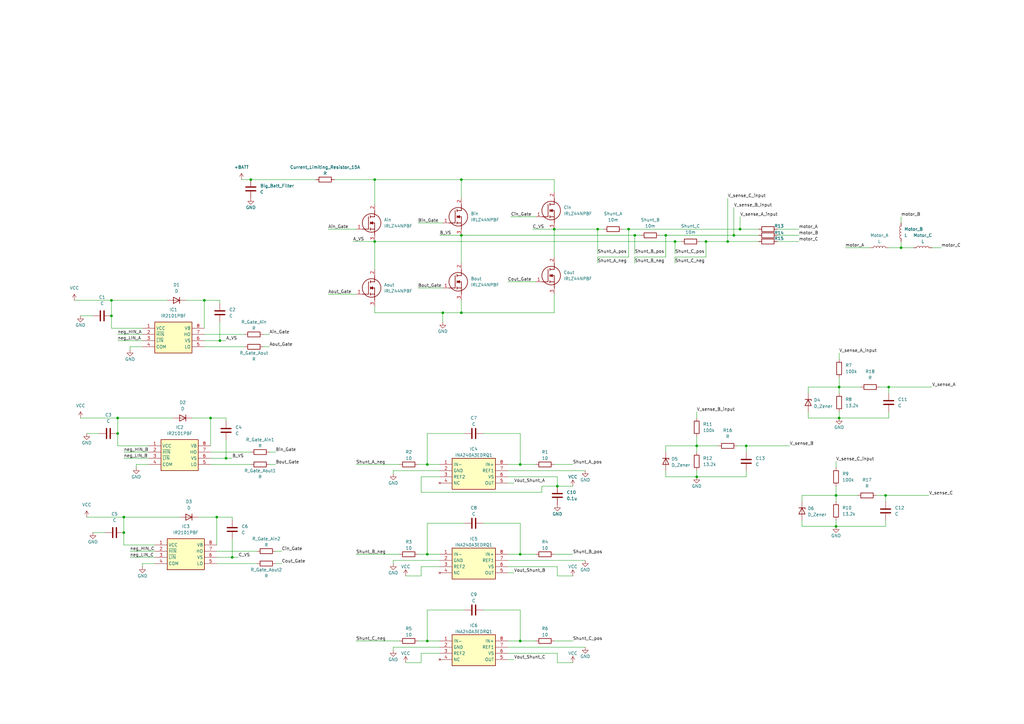
<source format=kicad_sch>
(kicad_sch (version 20231120) (generator "eeschema") (generator_version "8.0")
  (paper "A3")
  (lib_symbols
    (symbol "Device:C" (pin_numbers hide) (pin_names (offset 0.254))
      (property "Reference" "C" (at 0.635 2.54 0))
      (property "Value" "C" (at 0.635 -2.54 0))
      (symbol "C_0_1"
        (polyline (pts (xy -2.032 -0.762) (xy 2.032 -0.762)) (stroke (width 0.508)))
        (polyline (pts (xy -2.032 0.762) (xy 2.032 0.762)) (stroke (width 0.508)))
      )
      (symbol "C_1_1"
        (pin passive line (at 0 3.81 270) (length 2.794) (name "~") (number "1"))
        (pin passive line (at 0 -3.81 90) (length 2.794) (name "~") (number "2"))
      )
    )
    (symbol "Device:D" (pin_numbers hide) (pin_names (offset 1.016) hide)
      (property "Reference" "D" (at 0 2.54 0))
      (property "Value" "D" (at 0 -2.54 0))
      (symbol "D_0_1"
        (polyline (pts (xy -1.27 1.27) (xy -1.27 -1.27)) (stroke (width 0.254)))
        (polyline (pts (xy 1.27 0) (xy -1.27 0)))
        (polyline (pts (xy 1.27 1.27) (xy 1.27 -1.27) (xy -1.27 0) (xy 1.27 1.27)) (stroke (width 0.254)))
      )
      (symbol "D_1_1"
        (pin passive line (at -3.81 0 0) (length 2.54) (name "K") (number "1"))
        (pin passive line (at 3.81 0 180) (length 2.54) (name "A") (number "2"))
      )
    )
    (symbol "Device:D_Zener" (pin_numbers hide) (pin_names (offset 1.016) hide)
      (property "Reference" "D" (at 0 2.54 0))
      (property "Value" "D_Zener" (at 0 -2.54 0))
      (symbol "D_Zener_0_1"
        (polyline (pts (xy 1.27 0) (xy -1.27 0)))
        (polyline (pts (xy -1.27 -1.27) (xy -1.27 1.27) (xy -0.762 1.27)) (stroke (width 0.254)))
        (polyline (pts (xy 1.27 -1.27) (xy 1.27 1.27) (xy -1.27 0) (xy 1.27 -1.27)) (stroke (width 0.254)))
      )
      (symbol "D_Zener_1_1"
        (pin passive line (at -3.81 0 0) (length 2.54) (name "K") (number "1"))
        (pin passive line (at 3.81 0 180) (length 2.54) (name "A") (number "2"))
      )
    )
    (symbol "Device:L" (pin_numbers hide) (pin_names (offset 1.016) hide)
      (property "Reference" "L" (at -1.27 0 90))
      (property "Value" "L" (at 1.905 0 90))
      (symbol "L_0_1"
        (arc (start 0 -2.54) (mid 0.6323 -1.905) (end 0 -1.27))
        (arc (start 0 -1.27) (mid 0.6323 -0.635) (end 0 0))
        (arc (start 0 0) (mid 0.6323 0.635) (end 0 1.27))
        (arc (start 0 1.27) (mid 0.6323 1.905) (end 0 2.54))
      )
      (symbol "L_1_1"
        (pin passive line (at 0 3.81 270) (length 1.27) (name "1") (number "1"))
        (pin passive line (at 0 -3.81 90) (length 1.27) (name "2") (number "2"))
      )
    )
    (symbol "Device:R" (pin_numbers hide) (pin_names (offset 0))
      (property "Reference" "R" (at 2.032 0 90))
      (property "Value" "R" (at 0 0 90))
      (symbol "R_0_1"
        (rectangle (start -1.016 -2.54) (end 1.016 2.54) (stroke (width 0.254)))
      )
      (symbol "R_1_1"
        (pin passive line (at 0 3.81 270) (length 1.27) (name "~") (number "1"))
        (pin passive line (at 0 -3.81 90) (length 1.27) (name "~") (number "2"))
      )
    )
    (symbol "INA240A3EDRQ1:INA240A3EDRQ1"
      (property "Reference" "IC" (at 24.13 7.62 0))
      (property "Value" "INA240A3EDRQ1" (at 24.13 5.08 0))
      (symbol "INA240A3EDRQ1_1_1"
        (rectangle (start 5.08 2.54) (end 22.86 -10.16) (stroke (width 0.254)) (fill (type background)))
        (pin passive line (at 0 0 0) (length 5.08) (name "IN-") (number "1"))
        (pin passive line (at 0 -2.54 0) (length 5.08) (name "GND") (number "2"))
        (pin passive line (at 0 -5.08 0) (length 5.08) (name "REF2") (number "3"))
        (pin no_connect line (at 0 -7.62 0) (length 5.08) (name "NC") (number "4"))
        (pin passive line (at 27.94 -7.62 180) (length 5.08) (name "OUT") (number "5"))
        (pin passive line (at 27.94 -5.08 180) (length 5.08) (name "VS") (number "6"))
        (pin passive line (at 27.94 -2.54 180) (length 5.08) (name "REF1") (number "7"))
        (pin passive line (at 27.94 0 180) (length 5.08) (name "IN+") (number "8"))
      )
    )
    (symbol "IR2101PBF:IR2101PBF"
      (property "Reference" "IC" (at 21.59 7.62 0))
      (property "Value" "IR2101PBF" (at 21.59 5.08 0))
      (symbol "IR2101PBF_1_1"
        (rectangle (start 5.08 2.54) (end 20.32 -10.16) (stroke (width 0.254)) (fill (type background)))
        (pin passive line (at 0 0 0) (length 5.08) (name "VCC") (number "1"))
        (pin passive line (at 0 -2.54 0) (length 5.08) (name "~{HIN}") (number "2"))
        (pin passive line (at 0 -5.08 0) (length 5.08) (name "~{LIN}") (number "3"))
        (pin passive line (at 0 -7.62 0) (length 5.08) (name "COM") (number "4"))
        (pin passive line (at 25.4 -7.62 180) (length 5.08) (name "LO") (number "5"))
        (pin passive line (at 25.4 -5.08 180) (length 5.08) (name "VS") (number "6"))
        (pin passive line (at 25.4 -2.54 180) (length 5.08) (name "HO") (number "7"))
        (pin passive line (at 25.4 0 180) (length 5.08) (name "VB") (number "8"))
      )
    )
    (symbol "IRLZ44NPBF:IRLZ44NPBF" (pin_names hide)
      (property "Reference" "Q" (at 11.43 3.81 0))
      (property "Value" "IRLZ44NPBF" (at 11.43 1.27 0))
      (symbol "IRLZ44NPBF_1_1"
        (polyline (pts (xy 2.54 0) (xy 5.08 0)) (stroke (width 0.254)))
        (polyline (pts (xy 5.08 5.08) (xy 5.08 0)) (stroke (width 0.254)))
        (polyline (pts (xy 5.842 -0.508) (xy 5.842 0.508)) (stroke (width 0.254)))
        (polyline (pts (xy 5.842 0) (xy 7.62 0)) (stroke (width 0.254)))
        (polyline (pts (xy 5.842 2.032) (xy 5.842 3.048)) (stroke (width 0.254)))
        (polyline (pts (xy 5.842 5.588) (xy 5.842 4.572)) (stroke (width 0.254)))
        (polyline (pts (xy 7.62 2.54) (xy 5.842 2.54)) (stroke (width 0.254)))
        (polyline (pts (xy 7.62 2.54) (xy 7.62 -2.54)) (stroke (width 0.254)))
        (polyline (pts (xy 7.62 5.08) (xy 5.842 5.08)) (stroke (width 0.254)))
        (polyline (pts (xy 7.62 5.08) (xy 7.62 7.62)) (stroke (width 0.254)))
        (polyline (pts (xy 5.842 2.54) (xy 6.858 3.048) (xy 6.858 2.032) (xy 5.842 2.54)) (stroke (width 0.254)) (fill (type outline)))
        (circle (center 6.35 2.54) (radius 3.81) (stroke (width 0.254)))
        (pin input line (at 0 0 0) (length 2.54) (name "G") (number "1"))
        (pin output line (at 7.62 10.16 270) (length 2.54) (name "D") (number "2"))
        (pin input line (at 7.62 -5.08 90) (length 2.54) (name "S") (number "3"))
      )
    )
    (symbol "power:+BATT" (power) (pin_names (offset 0))
      (property "Value" "+BATT" (at 0 3.556 0))
      (symbol "+BATT_0_1"
        (polyline (pts (xy -0.762 1.27) (xy 0 2.54)))
        (polyline (pts (xy 0 0) (xy 0 2.54)))
        (polyline (pts (xy 0 2.54) (xy 0.762 1.27)))
      )
      (symbol "+BATT_1_1"
        (pin power_in line (at 0 0 90) (length 0) hide (name "+BATT") (number "1"))
      )
    )
    (symbol "power:GND" (power) (pin_names (offset 0))
      (property "Value" "GND" (at 0 -3.81 0))
      (symbol "GND_0_1"
        (polyline (pts (xy 0 0) (xy 0 -1.27) (xy 1.27 -1.27) (xy 0 -2.54) (xy -1.27 -1.27) (xy 0 -1.27)))
      )
      (symbol "GND_1_1"
        (pin power_in line (at 0 0 270) (length 0) hide (name "GND") (number "1"))
      )
    )
    (symbol "power:VCC" (power) (pin_names (offset 0))
      (property "Value" "VCC" (at 0 3.81 0))
      (symbol "VCC_0_1"
        (polyline (pts (xy -0.762 1.27) (xy 0 2.54)))
        (polyline (pts (xy 0 0) (xy 0 2.54)))
        (polyline (pts (xy 0 2.54) (xy 0.762 1.27)))
      )
      (symbol "VCC_1_1"
        (pin power_in line (at 0 0 90) (length 0) hide (name "VCC") (number "1"))
      )
    )
  )
  (junction (at 153.67 99.06))
  (junction (at 245.11 93.98))
  (junction (at 90.17 139.7))
  (junction (at 273.05 96.52))
  (junction (at 102.87 73.66))
  (junction (at 369.57 101.6))
  (junction (at 83.82 123.19))
  (junction (at 285.75 182.88))
  (junction (at 175.26 262.89))
  (junction (at 48.26 171.45))
  (junction (at 48.26 177.8))
  (junction (at 189.23 128.27))
  (junction (at 344.17 171.45))
  (junction (at 45.72 123.19))
  (junction (at 257.81 93.98))
  (junction (at 364.49 158.75))
  (junction (at 227.33 93.98))
  (junction (at 276.86 99.06))
  (junction (at 300.99 96.52))
  (junction (at 181.61 128.27))
  (junction (at 92.71 187.96))
  (junction (at 213.36 262.89))
  (junction (at 342.9 203.2))
  (junction (at 189.23 73.66))
  (junction (at 189.23 96.52))
  (junction (at 50.8 218.44))
  (junction (at 289.56 99.06))
  (junction (at 175.26 227.33))
  (junction (at 88.9 212.09))
  (junction (at 344.17 158.75))
  (junction (at 285.75 195.58))
  (junction (at 95.25 228.6))
  (junction (at 213.36 190.5))
  (junction (at 213.36 227.33))
  (junction (at 153.67 73.66))
  (junction (at 303.53 93.98))
  (junction (at 50.8 212.09))
  (junction (at 45.72 129.54))
  (junction (at 306.07 182.88))
  (junction (at 342.9 215.9))
  (junction (at 260.35 96.52))
  (junction (at 228.6 199.39))
  (junction (at 363.22 203.2))
  (junction (at 86.36 171.45))
  (junction (at 175.26 190.5))
  (junction (at 298.45 99.06))
  (wire (pts (xy 342.9 203.2) (xy 342.9 205.74)))
  (wire (pts (xy 285.75 182.88) (xy 285.75 185.42)))
  (wire (pts (xy 190.5 250.19) (xy 175.26 250.19)))
  (wire (pts (xy 369.57 101.6) (xy 374.65 101.6)))
  (wire (pts (xy 175.26 227.33) (xy 180.34 227.33)))
  (wire (pts (xy 318.77 93.98) (xy 327.66 93.98)))
  (wire (pts (xy 102.87 73.66) (xy 129.54 73.66)))
  (wire (pts (xy 328.93 215.9) (xy 342.9 215.9)))
  (wire (pts (xy 276.86 99.06) (xy 279.4 99.06)))
  (wire (pts (xy 208.28 234.95) (xy 210.82 234.95)))
  (wire (pts (xy 228.6 267.97) (xy 208.28 267.97)))
  (wire (pts (xy 382.27 101.6) (xy 386.08 101.6)))
  (wire (pts (xy 346.71 101.6) (xy 356.87 101.6)))
  (wire (pts (xy 99.06 73.66) (xy 102.87 73.66)))
  (wire (pts (xy 302.26 182.88) (xy 306.07 182.88)))
  (wire (pts (xy 257.81 105.41) (xy 245.11 105.41)))
  (wire (pts (xy 88.9 231.14) (xy 105.41 231.14)))
  (wire (pts (xy 48.26 171.45) (xy 71.12 171.45)))
  (wire (pts (xy 208.28 265.43) (xy 240.03 265.43)))
  (wire (pts (xy 287.02 99.06) (xy 289.56 99.06)))
  (wire (pts (xy 172.72 232.41) (xy 180.34 232.41)))
  (wire (pts (xy 363.22 203.2) (xy 363.22 205.74)))
  (wire (pts (xy 95.25 213.36) (xy 95.25 212.09)))
  (wire (pts (xy 342.9 189.23) (xy 342.9 191.77)))
  (wire (pts (xy 213.36 250.19) (xy 213.36 262.89)))
  (wire (pts (xy 175.26 177.8) (xy 175.26 190.5)))
  (wire (pts (xy 172.72 201.93) (xy 222.25 201.93)))
  (wire (pts (xy 260.35 105.41) (xy 260.35 107.95)))
  (wire (pts (xy 364.49 158.75) (xy 382.27 158.75)))
  (wire (pts (xy 58.42 232.41) (xy 58.42 231.14)))
  (wire (pts (xy 189.23 73.66) (xy 189.23 81.28)))
  (wire (pts (xy 161.29 193.04) (xy 180.34 193.04)))
  (wire (pts (xy 273.05 185.42) (xy 273.05 182.88)))
  (wire (pts (xy 190.5 214.63) (xy 175.26 214.63)))
  (wire (pts (xy 161.29 266.7) (xy 161.29 265.43)))
  (wire (pts (xy 58.42 231.14) (xy 63.5 231.14)))
  (wire (pts (xy 35.56 177.8) (xy 40.64 177.8)))
  (wire (pts (xy 172.72 236.22) (xy 172.72 232.41)))
  (wire (pts (xy 209.55 88.9) (xy 219.71 88.9)))
  (wire (pts (xy 234.95 199.39) (xy 228.6 199.39)))
  (wire (pts (xy 245.11 93.98) (xy 247.65 93.98)))
  (wire (pts (xy 48.26 171.45) (xy 48.26 177.8)))
  (wire (pts (xy 175.26 214.63) (xy 175.26 227.33)))
  (wire (pts (xy 273.05 182.88) (xy 285.75 182.88)))
  (wire (pts (xy 55.88 191.77) (xy 55.88 190.5)))
  (wire (pts (xy 285.75 168.91) (xy 285.75 171.45)))
  (wire (pts (xy 166.37 271.78) (xy 172.72 271.78)))
  (wire (pts (xy 227.33 227.33) (xy 234.95 227.33)))
  (wire (pts (xy 166.37 236.22) (xy 172.72 236.22)))
  (wire (pts (xy 48.26 139.7) (xy 58.42 139.7)))
  (wire (pts (xy 92.71 187.96) (xy 95.25 187.96)))
  (wire (pts (xy 172.72 195.58) (xy 180.34 195.58)))
  (wire (pts (xy 153.67 99.06) (xy 153.67 110.49)))
  (wire (pts (xy 342.9 203.2) (xy 351.79 203.2)))
  (wire (pts (xy 208.28 227.33) (xy 213.36 227.33)))
  (wire (pts (xy 360.68 158.75) (xy 364.49 158.75)))
  (wire (pts (xy 172.72 267.97) (xy 180.34 267.97)))
  (wire (pts (xy 363.22 213.36) (xy 363.22 215.9)))
  (wire (pts (xy 245.11 105.41) (xy 245.11 107.95)))
  (wire (pts (xy 300.99 96.52) (xy 311.15 96.52)))
  (wire (pts (xy 171.45 262.89) (xy 175.26 262.89)))
  (wire (pts (xy 364.49 168.91) (xy 364.49 171.45)))
  (wire (pts (xy 270.51 96.52) (xy 273.05 96.52)))
  (wire (pts (xy 172.72 195.58) (xy 172.72 201.93)))
  (wire (pts (xy 189.23 96.52) (xy 189.23 107.95)))
  (wire (pts (xy 213.36 177.8) (xy 213.36 190.5)))
  (wire (pts (xy 227.33 78.74) (xy 227.33 73.66)))
  (wire (pts (xy 153.67 73.66) (xy 189.23 73.66)))
  (wire (pts (xy 331.47 168.91) (xy 331.47 171.45)))
  (wire (pts (xy 113.03 231.14) (xy 115.57 231.14)))
  (wire (pts (xy 285.75 193.04) (xy 285.75 195.58)))
  (wire (pts (xy 303.53 88.9) (xy 303.53 93.98)))
  (wire (pts (xy 344.17 158.75) (xy 344.17 161.29)))
  (wire (pts (xy 285.75 179.07) (xy 285.75 182.88)))
  (wire (pts (xy 175.26 262.89) (xy 180.34 262.89)))
  (wire (pts (xy 50.8 223.52) (xy 50.8 218.44)))
  (wire (pts (xy 161.29 194.31) (xy 161.29 193.04)))
  (wire (pts (xy 363.22 215.9) (xy 342.9 215.9)))
  (wire (pts (xy 257.81 93.98) (xy 257.81 105.41)))
  (wire (pts (xy 234.95 271.78) (xy 228.6 271.78)))
  (wire (pts (xy 227.33 73.66) (xy 189.23 73.66)))
  (wire (pts (xy 222.25 201.93) (xy 222.25 199.39)))
  (wire (pts (xy 344.17 158.75) (xy 353.06 158.75)))
  (wire (pts (xy 171.45 190.5) (xy 175.26 190.5)))
  (wire (pts (xy 273.05 193.04) (xy 273.05 195.58)))
  (wire (pts (xy 363.22 203.2) (xy 381 203.2)))
  (wire (pts (xy 92.71 171.45) (xy 86.36 171.45)))
  (wire (pts (xy 222.25 199.39) (xy 228.6 199.39)))
  (wire (pts (xy 342.9 199.39) (xy 342.9 203.2)))
  (wire (pts (xy 208.28 193.04) (xy 240.03 193.04)))
  (wire (pts (xy 276.86 99.06) (xy 276.86 104.14)))
  (wire (pts (xy 33.02 129.54) (xy 38.1 129.54)))
  (wire (pts (xy 276.86 105.41) (xy 289.56 105.41)))
  (wire (pts (xy 318.77 99.06) (xy 327.66 99.06)))
  (wire (pts (xy 306.07 193.04) (xy 306.07 195.58)))
  (wire (pts (xy 213.36 214.63) (xy 213.36 227.33)))
  (wire (pts (xy 364.49 101.6) (xy 369.57 101.6)))
  (wire (pts (xy 50.8 185.42) (xy 60.96 185.42)))
  (wire (pts (xy 273.05 195.58) (xy 285.75 195.58)))
  (wire (pts (xy 285.75 182.88) (xy 294.64 182.88)))
  (wire (pts (xy 255.27 93.98) (xy 257.81 93.98)))
  (wire (pts (xy 369.57 88.9) (xy 369.57 91.44)))
  (wire (pts (xy 306.07 195.58) (xy 285.75 195.58)))
  (wire (pts (xy 53.34 226.06) (xy 63.5 226.06)))
  (wire (pts (xy 306.07 182.88) (xy 306.07 185.42)))
  (wire (pts (xy 328.93 205.74) (xy 328.93 203.2)))
  (wire (pts (xy 344.17 154.94) (xy 344.17 158.75)))
  (wire (pts (xy 213.36 190.5) (xy 219.71 190.5)))
  (wire (pts (xy 90.17 124.46) (xy 90.17 123.19)))
  (wire (pts (xy 234.95 236.22) (xy 228.6 236.22)))
  (wire (pts (xy 90.17 123.19) (xy 83.82 123.19)))
  (wire (pts (xy 181.61 128.27) (xy 181.61 132.08)))
  (wire (pts (xy 228.6 232.41) (xy 208.28 232.41)))
  (wire (pts (xy 50.8 212.09) (xy 50.8 218.44)))
  (wire (pts (xy 175.26 190.5) (xy 180.34 190.5)))
  (wire (pts (xy 342.9 213.36) (xy 342.9 215.9)))
  (wire (pts (xy 218.44 93.98) (xy 227.33 93.98)))
  (wire (pts (xy 58.42 134.62) (xy 45.72 134.62)))
  (wire (pts (xy 50.8 187.96) (xy 60.96 187.96)))
  (wire (pts (xy 208.28 270.51) (xy 210.82 270.51)))
  (wire (pts (xy 146.05 227.33) (xy 163.83 227.33)))
  (wire (pts (xy 208.28 115.57) (xy 219.71 115.57)))
  (wire (pts (xy 107.95 137.16) (xy 110.49 137.16)))
  (wire (pts (xy 300.99 85.09) (xy 300.99 96.52)))
  (wire (pts (xy 228.6 236.22) (xy 228.6 232.41)))
  (wire (pts (xy 181.61 128.27) (xy 189.23 128.27)))
  (wire (pts (xy 171.45 118.11) (xy 181.61 118.11)))
  (wire (pts (xy 213.36 262.89) (xy 219.71 262.89)))
  (wire (pts (xy 273.05 96.52) (xy 273.05 105.41)))
  (wire (pts (xy 227.33 190.5) (xy 234.95 190.5)))
  (wire (pts (xy 83.82 142.24) (xy 100.33 142.24)))
  (wire (pts (xy 50.8 212.09) (xy 73.66 212.09)))
  (wire (pts (xy 318.77 96.52) (xy 327.66 96.52)))
  (wire (pts (xy 146.05 262.89) (xy 163.83 262.89)))
  (wire (pts (xy 134.62 93.98) (xy 146.05 93.98)))
  (wire (pts (xy 208.28 190.5) (xy 213.36 190.5)))
  (wire (pts (xy 83.82 137.16) (xy 100.33 137.16)))
  (wire (pts (xy 33.02 171.45) (xy 48.26 171.45)))
  (wire (pts (xy 228.6 199.39) (xy 228.6 195.58)))
  (wire (pts (xy 90.17 139.7) (xy 83.82 139.7)))
  (wire (pts (xy 161.29 229.87) (xy 180.34 229.87)))
  (wire (pts (xy 190.5 177.8) (xy 175.26 177.8)))
  (wire (pts (xy 107.95 142.24) (xy 110.49 142.24)))
  (wire (pts (xy 344.17 144.78) (xy 344.17 147.32)))
  (wire (pts (xy 153.67 128.27) (xy 153.67 125.73)))
  (wire (pts (xy 144.78 99.06) (xy 153.67 99.06)))
  (wire (pts (xy 88.9 226.06) (xy 105.41 226.06)))
  (wire (pts (xy 146.05 190.5) (xy 163.83 190.5)))
  (wire (pts (xy 171.45 227.33) (xy 175.26 227.33)))
  (wire (pts (xy 110.49 185.42) (xy 113.03 185.42)))
  (wire (pts (xy 161.29 231.14) (xy 161.29 229.87)))
  (wire (pts (xy 369.57 99.06) (xy 369.57 101.6)))
  (wire (pts (xy 331.47 158.75) (xy 344.17 158.75)))
  (wire (pts (xy 95.25 228.6) (xy 97.79 228.6)))
  (wire (pts (xy 86.36 171.45) (xy 86.36 182.88)))
  (wire (pts (xy 153.67 83.82) (xy 153.67 73.66)))
  (wire (pts (xy 180.34 96.52) (xy 189.23 96.52)))
  (wire (pts (xy 45.72 123.19) (xy 68.58 123.19)))
  (wire (pts (xy 298.45 99.06) (xy 311.15 99.06)))
  (wire (pts (xy 260.35 96.52) (xy 260.35 104.14)))
  (wire (pts (xy 189.23 128.27) (xy 189.23 123.19)))
  (wire (pts (xy 95.25 220.98) (xy 95.25 228.6)))
  (wire (pts (xy 172.72 271.78) (xy 172.72 267.97)))
  (wire (pts (xy 208.28 229.87) (xy 240.03 229.87)))
  (wire (pts (xy 227.33 262.89) (xy 234.95 262.89)))
  (wire (pts (xy 30.48 123.19) (xy 45.72 123.19)))
  (wire (pts (xy 95.25 212.09) (xy 88.9 212.09)))
  (wire (pts (xy 45.72 134.62) (xy 45.72 129.54)))
  (wire (pts (xy 81.28 212.09) (xy 88.9 212.09)))
  (wire (pts (xy 90.17 132.08) (xy 90.17 139.7)))
  (wire (pts (xy 60.96 182.88) (xy 48.26 182.88)))
  (wire (pts (xy 86.36 190.5) (xy 102.87 190.5)))
  (wire (pts (xy 289.56 105.41) (xy 289.56 99.06)))
  (wire (pts (xy 83.82 123.19) (xy 83.82 134.62)))
  (wire (pts (xy 35.56 212.09) (xy 50.8 212.09)))
  (wire (pts (xy 328.93 203.2) (xy 342.9 203.2)))
  (wire (pts (xy 55.88 190.5) (xy 60.96 190.5)))
  (wire (pts (xy 344.17 168.91) (xy 344.17 171.45)))
  (wire (pts (xy 90.17 139.7) (xy 92.71 139.7)))
  (wire (pts (xy 92.71 180.34) (xy 92.71 187.96)))
  (wire (pts (xy 45.72 123.19) (xy 45.72 129.54)))
  (wire (pts (xy 153.67 128.27) (xy 181.61 128.27)))
  (wire (pts (xy 227.33 128.27) (xy 227.33 120.65)))
  (wire (pts (xy 110.49 190.5) (xy 113.03 190.5)))
  (wire (pts (xy 53.34 228.6) (xy 63.5 228.6)))
  (wire (pts (xy 48.26 182.88) (xy 48.26 177.8)))
  (wire (pts (xy 245.11 93.98) (xy 245.11 104.14)))
  (wire (pts (xy 92.71 172.72) (xy 92.71 171.45)))
  (wire (pts (xy 175.26 250.19) (xy 175.26 262.89)))
  (wire (pts (xy 95.25 228.6) (xy 88.9 228.6)))
  (wire (pts (xy 364.49 158.75) (xy 364.49 161.29)))
  (wire (pts (xy 198.12 177.8) (xy 213.36 177.8)))
  (wire (pts (xy 298.45 81.28) (xy 298.45 99.06)))
  (wire (pts (xy 227.33 93.98) (xy 227.33 105.41)))
  (wire (pts (xy 153.67 99.06) (xy 276.86 99.06)))
  (wire (pts (xy 228.6 195.58) (xy 208.28 195.58)))
  (wire (pts (xy 48.26 137.16) (xy 58.42 137.16)))
  (wire (pts (xy 134.62 120.65) (xy 146.05 120.65)))
  (wire (pts (xy 63.5 223.52) (xy 50.8 223.52)))
  (wire (pts (xy 331.47 171.45) (xy 344.17 171.45)))
  (wire (pts (xy 359.41 203.2) (xy 363.22 203.2)))
  (wire (pts (xy 289.56 99.06) (xy 298.45 99.06)))
  (wire (pts (xy 76.2 123.19) (xy 83.82 123.19)))
  (wire (pts (xy 227.33 93.98) (xy 245.11 93.98)))
  (wire (pts (xy 198.12 250.19) (xy 213.36 250.19)))
  (wire (pts (xy 208.28 198.12) (xy 210.82 198.12)))
  (wire (pts (xy 276.86 107.95) (xy 276.86 105.41)))
  (wire (pts (xy 208.28 262.89) (xy 213.36 262.89)))
  (wire (pts (xy 364.49 171.45) (xy 344.17 171.45)))
  (wire (pts (xy 260.35 96.52) (xy 262.89 96.52)))
  (wire (pts (xy 306.07 182.88) (xy 323.85 182.88)))
  (wire (pts (xy 113.03 226.06) (xy 115.57 226.06)))
  (wire (pts (xy 189.23 96.52) (xy 260.35 96.52)))
  (wire (pts (xy 303.53 93.98) (xy 311.15 93.98)))
  (wire (pts (xy 88.9 212.09) (xy 88.9 223.52)))
  (wire (pts (xy 273.05 96.52) (xy 300.99 96.52)))
  (wire (pts (xy 213.36 227.33) (xy 219.71 227.33)))
  (wire (pts (xy 273.05 105.41) (xy 260.35 105.41)))
  (wire (pts (xy 328.93 213.36) (xy 328.93 215.9)))
  (wire (pts (xy 38.1 218.44) (xy 43.18 218.44)))
  (wire (pts (xy 78.74 171.45) (xy 86.36 171.45)))
  (wire (pts (xy 86.36 185.42) (xy 102.87 185.42)))
  (wire (pts (xy 53.34 142.24) (xy 58.42 142.24)))
  (wire (pts (xy 257.81 93.98) (xy 303.53 93.98)))
  (wire (pts (xy 189.23 128.27) (xy 227.33 128.27)))
  (wire (pts (xy 198.12 214.63) (xy 213.36 214.63)))
  (wire (pts (xy 171.45 91.44) (xy 181.61 91.44)))
  (wire (pts (xy 137.16 73.66) (xy 153.67 73.66)))
  (wire (pts (xy 92.71 187.96) (xy 86.36 187.96)))
  (wire (pts (xy 161.29 265.43) (xy 180.34 265.43)))
  (wire (pts (xy 331.47 161.29) (xy 331.47 158.75)))
  (wire (pts (xy 53.34 143.51) (xy 53.34 142.24)))
  (wire (pts (xy 228.6 271.78) (xy 228.6 267.97)))
  (label "Shunt_A_pos" (at 245.11 104.14 0))
  (label "neg_LIN_A" (at 48.26 139.7 0))
  (label "B_VS" (at 95.25 187.96 0))
  (label "Cin_Gate" (at 115.57 226.06 0))
  (label "Shunt_A_neg" (at 146.05 190.5 0))
  (label "Shunt_A_neg" (at 245.11 107.95 0))
  (label "Shunt_C_pos" (at 276.86 104.14 0))
  (label "A_VS" (at 92.71 139.7 0))
  (label "V_sense_C_input" (at 342.9 189.23 0))
  (label "Shunt_B_neg" (at 260.35 107.95 0))
  (label "motor_A" (at 346.71 101.6 0))
  (label "motor_C" (at 386.08 101.6 0))
  (label "Bin_Gate" (at 171.45 91.44 0))
  (label "Cin_Gate" (at 209.55 88.9 0))
  (label "V_sense_B" (at 323.85 182.88 0))
  (label "Shunt_B_pos" (at 234.95 227.33 0))
  (label "V_sense_A_input" (at 344.17 144.78 0))
  (label "V_sense_A" (at 382.27 158.75 0))
  (label "Bout_Gate" (at 171.45 118.11 0))
  (label "Shunt_C_neg" (at 146.05 262.89 0))
  (label "Shunt_B_pos" (at 260.35 104.14 0))
  (label "Shunt_C_neg" (at 276.86 107.95 0))
  (label "motor_B" (at 327.66 96.52 0))
  (label "V_sense_B_input" (at 300.99 85.09 0))
  (label "Shunt_C_pos" (at 234.95 262.89 0))
  (label "Cout_Gate" (at 115.57 231.14 0))
  (label "V_sense_C" (at 381 203.2 0))
  (label "Vout_Shunt_A" (at 210.82 198.12 0))
  (label "C_VS" (at 218.44 93.98 0))
  (label "neg_LIN_B" (at 50.8 187.96 0))
  (label "Ain_Gate" (at 134.62 93.98 0))
  (label "Shunt_B_neg" (at 146.05 227.33 0))
  (label "A_VS" (at 144.78 99.06 0))
  (label "C_VS" (at 97.79 228.6 0))
  (label "V_sense_A_input" (at 303.53 88.9 0))
  (label "V_sense_B_input" (at 285.75 168.91 0))
  (label "Vout_Shunt_C" (at 210.82 270.51 0))
  (label "Aout_Gate" (at 110.49 142.24 0))
  (label "Bin_Gate" (at 113.03 185.42 0))
  (label "neg_HIN_A" (at 48.26 137.16 0))
  (label "neg_HIN_B" (at 50.8 185.42 0))
  (label "Ain_Gate" (at 110.49 137.16 0))
  (label "Aout_Gate" (at 134.62 120.65 0))
  (label "motor_C" (at 327.66 99.06 0))
  (label "Bout_Gate" (at 113.03 190.5 0))
  (label "motor_B" (at 369.57 88.9 0))
  (label "neg_LIN_C" (at 53.34 228.6 0))
  (label "motor_A" (at 327.66 93.98 0))
  (label "V_sense_C_input" (at 298.45 81.28 0))
  (label "Shunt_A_pos" (at 234.95 190.5 0))
  (label "Vout_Shunt_B" (at 210.82 234.95 0))
  (label "Cout_Gate" (at 208.28 115.57 0))
  (label "B_VS" (at 180.34 96.52 0))
  (label "neg_HIN_C" (at 53.34 226.06 0))
  (symbol (lib_id "Device:R") (at 106.68 190.5 90) (unit 1)
    (property "Reference" "R_Gate_Aout1" (at 106.68 193.04 90))
    (property "Value" "R" (at 106.68 195.58 90))
  )
  (symbol (lib_id "power:VCC") (at 234.95 199.39 0) (unit 1)
    (property "Reference" "#PWR013" (effects (hide yes)))
    (property "Value" "VCC" (at 234.95 195.58 0))
  )
  (symbol (lib_id "Device:R") (at 109.22 231.14 90) (unit 1)
    (property "Reference" "R_Gate_Aout2" (at 109.22 233.68 90))
    (property "Value" "R" (at 109.22 236.22 90))
  )
  (symbol (lib_id "IR2101PBF:IR2101PBF") (at 63.5 223.52 0) (unit 1)
    (property "Reference" "IC3" (at 76.2 215.9 0))
    (property "Value" "IR2101PBF" (at 76.2 218.44 0))
    (property "Footprint" "DIP762W56P254L988H533Q8N" (effects (hide yes)))
    (property "Datasheet" "https://www.infineon.com/cms/en/product/power/gate-driver-ics/?" (effects (hide yes)))
    (property "Height" "5.33" (effects (hide yes)))
    (property "Mouser Part Number" "942-IR2101PBF" (effects (hide yes)))
    (property "Mouser Price/Stock" "https://www.mouser.co.uk/ProductDetail/Infineon-Technologies/IR2101PBF?qs=dQmlx5f5cRISttR4zG0olw%3D%3D" (effects (hide yes)))
    (property "Manufacturer_Name" "Infineon" (effects (hide yes)))
    (property "Manufacturer_Part_Number" "IR2101PBF" (effects (hide yes)))
  )
  (symbol (lib_id "Device:C") (at 194.31 177.8 90) (unit 1)
    (property "Reference" "C7" (at 194.31 171.45 90))
    (property "Value" "C" (at 194.31 173.99 90))
  )
  (symbol (lib_id "power:GND") (at 58.42 232.41 0) (unit 1)
    (property "Reference" "#PWR012" (effects (hide yes)))
    (property "Value" "GND" (at 58.42 236.22 0))
  )
  (symbol (lib_id "Device:C") (at 90.17 128.27 0) (unit 1)
    (property "Reference" "C2" (at 93.98 127 0) (effects (justify left)))
    (property "Value" "C" (at 93.98 129.54 0) (effects (justify left)))
  )
  (symbol (lib_id "power:GND") (at 181.61 132.08 0) (unit 1)
    (property "Reference" "#PWR02" (effects (hide yes)))
    (property "Value" "GND" (at 181.61 135.89 0))
  )
  (symbol (lib_id "Device:R") (at 344.17 165.1 0) (unit 1)
    (property "Reference" "R8" (at 346.71 163.8299 0) (effects (justify left)))
    (property "Value" "13.2k" (at 346.71 166.3699 0) (effects (justify left)))
  )
  (symbol (lib_id "Device:C") (at 46.99 218.44 90) (unit 1)
    (property "Reference" "C5" (at 46.99 210.82 90))
    (property "Value" "C" (at 46.99 213.36 90))
  )
  (symbol (lib_id "power:GND") (at 285.75 195.58 0) (unit 1)
    (property "Reference" "#PWR027" (effects (hide yes)))
    (property "Value" "GND" (at 285.75 199.39 0))
  )
  (symbol (lib_id "Device:R") (at 104.14 142.24 90) (unit 1)
    (property "Reference" "R_Gate_Aout" (at 104.14 144.78 90))
    (property "Value" "R" (at 104.14 147.32 90))
  )
  (symbol (lib_id "Device:D") (at 72.39 123.19 180) (unit 1)
    (property "Reference" "D1" (at 72.39 116.84 0))
    (property "Value" "D" (at 72.39 119.38 0))
    (property "Sim.Device" "D" (effects (hide yes)))
    (property "Sim.Pins" "1=K 2=A" (effects (hide yes)))
  )
  (symbol (lib_id "power:VCC") (at 166.37 271.78 0) (unit 1)
    (property "Reference" "#PWR022" (effects (hide yes)))
    (property "Value" "VCC" (at 166.37 267.97 0))
  )
  (symbol (lib_id "power:VCC") (at 35.56 212.09 0) (unit 1)
    (property "Reference" "#PWR010" (effects (hide yes)))
    (property "Value" "VCC" (at 35.56 207.01 0))
  )
  (symbol (lib_id "power:GND") (at 228.6 207.01 0) (unit 1)
    (property "Reference" "#PWR025" (effects (hide yes)))
    (property "Value" "GND" (at 228.6 210.82 0))
  )
  (symbol (lib_id "Device:C") (at 92.71 176.53 0) (unit 1)
    (property "Reference" "C4" (at 96.52 175.26 0) (effects (justify left)))
    (property "Value" "C" (at 96.52 177.8 0) (effects (justify left)))
  )
  (symbol (lib_id "power:GND") (at 240.03 193.04 0) (unit 1)
    (property "Reference" "#PWR014" (effects (hide yes)))
    (property "Value" "GND" (at 240.03 196.85 0))
  )
  (symbol (lib_id "Device:C") (at 364.49 165.1 0) (unit 1)
    (property "Reference" "C11" (at 368.3 163.83 0) (effects (justify left)))
    (property "Value" "C" (at 368.3 166.37 0) (effects (justify left)))
  )
  (symbol (lib_id "power:GND") (at 161.29 194.31 0) (unit 1)
    (property "Reference" "#PWR016" (effects (hide yes)))
    (property "Value" "GND" (at 161.29 198.12 0))
  )
  (symbol (lib_id "power:GND") (at 344.17 171.45 0) (unit 1)
    (property "Reference" "#PWR015" (effects (hide yes)))
    (property "Value" "GND" (at 344.17 175.26 0))
  )
  (symbol (lib_id "INA240A3EDRQ1:INA240A3EDRQ1") (at 180.34 227.33 0) (unit 1)
    (property "Reference" "IC5" (at 194.31 220.98 0))
    (property "Value" "INA240A3EDRQ1" (at 194.31 223.52 0))
    (property "Footprint" "SOIC127P600X175-8N" (effects (hide yes)))
    (property "Datasheet" "http://www.ti.com/lit/gpn/INA240-Q1" (effects (hide yes)))
    (property "Height" "1.75" (effects (hide yes)))
    (property "Mouser Part Number" "595-INA240A3EDRQ1" (effects (hide yes)))
    (property "Mouser Price/Stock" "https://www.mouser.co.uk/ProductDetail/Texas-Instruments/INA240A3EDRQ1?qs=yBt6ao%2FxsTxM2fxxT9CMIw%3D%3D" (effects (hide yes)))
    (property "Manufacturer_Name" "Texas Instruments" (effects (hide yes)))
    (property "Manufacturer_Part_Number" "INA240A3EDRQ1" (effects (hide yes)))
  )
  (symbol (lib_id "IRLZ44NPBF:IRLZ44NPBF") (at 219.71 88.9 0) (unit 1)
    (property "Reference" "Cin" (at 231.14 85.09 0) (effects (justify left)))
    (property "Value" "IRLZ44NPBF" (at 231.14 87.63 0) (effects (justify left)))
    (property "Footprint" "TO254P469X1042X1967-3P" (effects (hide yes)))
    (property "Datasheet" "http://www.irf.com/product-info/datasheets/data/irlz44n.pdf" (effects (hide yes)))
    (property "Height" "4.69" (effects (hide yes)))
    (property "Mouser Part Number" "942-IRLZ44NPBF" (effects (hide yes)))
    (property "Mouser Price/Stock" "https://www.mouser.co.uk/ProductDetail/Infineon-Technologies/IRLZ44NPBF?qs=9%252BKlkBgLFf15OZZk%252BD0ibg%3D%3D" (effects (hide yes)))
    (property "Manufacturer_Name" "Infineon" (effects (hide yes)))
    (property "Manufacturer_Part_Number" "IRLZ44NPBF" (effects (hide yes)))
  )
  (symbol (lib_id "Device:R") (at 314.96 93.98 90) (unit 1)
    (property "Reference" "R13" (at 319.532 92.71 90))
    (property "Value" "0" (effects (hide yes)))
    (property "Description" "Resistor" (effects (hide yes)))
  )
  (symbol (lib_id "power:GND") (at 33.02 129.54 0) (unit 1)
    (property "Reference" "#PWR05" (effects (hide yes)))
    (property "Value" "GND" (at 33.02 133.35 0))
  )
  (symbol (lib_id "IRLZ44NPBF:IRLZ44NPBF") (at 146.05 120.65 0) (unit 1)
    (property "Reference" "Aout" (at 157.48 116.84 0) (effects (justify left)))
    (property "Value" "IRLZ44NPBF" (at 157.48 119.38 0) (effects (justify left)))
    (property "Footprint" "TO254P469X1042X1967-3P" (effects (hide yes)))
    (property "Datasheet" "http://www.irf.com/product-info/datasheets/data/irlz44n.pdf" (effects (hide yes)))
    (property "Height" "4.69" (effects (hide yes)))
    (property "Mouser Part Number" "942-IRLZ44NPBF" (effects (hide yes)))
    (property "Mouser Price/Stock" "https://www.mouser.co.uk/ProductDetail/Infineon-Technologies/IRLZ44NPBF?qs=9%252BKlkBgLFf15OZZk%252BD0ibg%3D%3D" (effects (hide yes)))
    (property "Manufacturer_Name" "Infineon" (effects (hide yes)))
    (property "Manufacturer_Part_Number" "IRLZ44NPBF" (effects (hide yes)))
  )
  (symbol (lib_id "Device:D_Zener") (at 273.05 189.23 270) (unit 1)
    (property "Reference" "D5" (at 275.336 188.214 90) (effects (justify left)))
    (property "Value" "D_Zener" (at 275.336 190.754 90) (effects (justify left)))
    (property "Description" "Zener diode" (effects (hide yes)))
  )
  (symbol (lib_id "IR2101PBF:IR2101PBF") (at 60.96 182.88 0) (unit 1)
    (property "Reference" "IC2" (at 73.66 175.26 0))
    (property "Value" "IR2101PBF" (at 73.66 177.8 0))
    (property "Footprint" "DIP762W56P254L988H533Q8N" (effects (hide yes)))
    (property "Datasheet" "https://www.infineon.com/cms/en/product/power/gate-driver-ics/?" (effects (hide yes)))
    (property "Height" "5.33" (effects (hide yes)))
    (property "Mouser Part Number" "942-IR2101PBF" (effects (hide yes)))
    (property "Mouser Price/Stock" "https://www.mouser.co.uk/ProductDetail/Infineon-Technologies/IR2101PBF?qs=dQmlx5f5cRISttR4zG0olw%3D%3D" (effects (hide yes)))
    (property "Manufacturer_Name" "Infineon" (effects (hide yes)))
    (property "Manufacturer_Part_Number" "IR2101PBF" (effects (hide yes)))
  )
  (symbol (lib_id "Device:R") (at 314.96 96.52 90) (unit 1)
    (property "Reference" "R14" (at 319.532 95.504 90))
    (property "Value" "0" (effects (hide yes)))
    (property "Description" "Resistor" (effects (hide yes)))
  )
  (symbol (lib_id "power:+BATT") (at 99.06 73.66 0) (unit 1)
    (property "Reference" "#PWR01" (effects (hide yes)))
    (property "Value" "+BATT" (at 99.06 68.58 0))
  )
  (symbol (lib_id "Device:R") (at 167.64 190.5 90) (unit 1)
    (property "Reference" "R2" (at 167.64 185.42 90))
    (property "Value" "10" (at 167.64 187.96 90))
  )
  (symbol (lib_id "Device:C") (at 41.91 129.54 90) (unit 1)
    (property "Reference" "C1" (at 41.91 121.92 90))
    (property "Value" "C" (at 41.91 124.46 90))
  )
  (symbol (lib_id "power:GND") (at 53.34 143.51 0) (unit 1)
    (property "Reference" "#PWR06" (effects (hide yes)))
    (property "Value" "GND" (at 53.34 147.32 0))
  )
  (symbol (lib_id "Device:R") (at 314.96 99.06 90) (unit 1)
    (property "Reference" "R15" (at 319.532 97.79 90))
    (property "Value" "0" (effects (hide yes)))
    (property "Description" "Resistor" (effects (hide yes)))
  )
  (symbol (lib_id "power:GND") (at 161.29 266.7 0) (unit 1)
    (property "Reference" "#PWR021" (effects (hide yes)))
    (property "Value" "GND" (at 161.29 270.51 0))
  )
  (symbol (lib_id "Device:R") (at 223.52 227.33 90) (unit 1)
    (property "Reference" "R4" (at 223.52 222.25 90))
    (property "Value" "10" (at 223.52 224.79 90))
  )
  (symbol (lib_id "Device:C") (at 95.25 217.17 0) (unit 1)
    (property "Reference" "C6" (at 99.06 215.9 0) (effects (justify left)))
    (property "Value" "C" (at 99.06 218.44 0) (effects (justify left)))
  )
  (symbol (lib_id "Device:D_Zener") (at 328.93 209.55 270) (unit 1)
    (property "Reference" "D6" (at 331.216 208.534 90) (effects (justify left)))
    (property "Value" "D_Zener" (at 331.216 211.074 90) (effects (justify left)))
    (property "Description" "Zener diode" (effects (hide yes)))
  )
  (symbol (lib_id "Device:R") (at 167.64 227.33 90) (unit 1)
    (property "Reference" "R3" (at 167.64 222.25 90))
    (property "Value" "10" (at 167.64 224.79 90))
  )
  (symbol (lib_id "Device:R") (at 356.87 158.75 90) (unit 1)
    (property "Reference" "R18" (at 356.87 152.4 90))
    (property "Value" "R" (at 356.87 154.94 90))
    (property "Description" "Resistor" (effects (hide yes)))
  )
  (symbol (lib_id "power:VCC") (at 166.37 236.22 0) (unit 1)
    (property "Reference" "#PWR018" (effects (hide yes)))
    (property "Value" "VCC" (at 166.37 232.41 0))
  )
  (symbol (lib_id "Device:C") (at 228.6 203.2 0) (unit 1)
    (property "Reference" "C10" (at 232.41 201.93 0) (effects (justify left)))
    (property "Value" "0.1u" (at 232.41 204.47 0) (effects (justify left)))
  )
  (symbol (lib_id "Device:R") (at 344.17 151.13 0) (unit 1)
    (property "Reference" "R7" (at 346.71 149.8599 0) (effects (justify left)))
    (property "Value" "100k" (at 346.71 152.3999 0) (effects (justify left)))
  )
  (symbol (lib_id "Device:R") (at 223.52 190.5 90) (unit 1)
    (property "Reference" "R1" (at 223.52 185.42 90))
    (property "Value" "10" (at 223.52 187.96 90))
  )
  (symbol (lib_id "Device:R") (at 109.22 226.06 90) (unit 1)
    (property "Reference" "R_Gate_Ain2" (at 109.22 220.98 90))
    (property "Value" "R" (at 109.22 223.52 90))
  )
  (symbol (lib_id "Device:D") (at 77.47 212.09 180) (unit 1)
    (property "Reference" "D3" (at 77.47 205.74 0))
    (property "Value" "D" (at 77.47 208.28 0))
    (property "Sim.Device" "D" (effects (hide yes)))
    (property "Sim.Pins" "1=K 2=A" (effects (hide yes)))
  )
  (symbol (lib_id "Device:R") (at 251.46 93.98 90) (unit 1)
    (property "Reference" "Shunt_A" (at 251.46 87.63 90))
    (property "Value" "10m" (at 251.46 90.17 90))
  )
  (symbol (lib_id "Device:R") (at 283.21 99.06 90) (unit 1)
    (property "Reference" "Shunt_C" (at 283.21 92.71 90))
    (property "Value" "10m" (at 283.21 95.25 90))
  )
  (symbol (lib_id "power:VCC") (at 234.95 236.22 0) (unit 1)
    (property "Reference" "#PWR019" (effects (hide yes)))
    (property "Value" "VCC" (at 234.95 232.41 0))
  )
  (symbol (lib_id "Device:C") (at 44.45 177.8 90) (unit 1)
    (property "Reference" "C3" (at 44.45 170.18 90))
    (property "Value" "C" (at 44.45 172.72 90))
  )
  (symbol (lib_id "power:GND") (at 240.03 265.43 0) (unit 1)
    (property "Reference" "#PWR024" (effects (hide yes)))
    (property "Value" "GND" (at 240.03 269.24 0))
  )
  (symbol (lib_id "Device:R") (at 342.9 209.55 0) (unit 1)
    (property "Reference" "R10" (at 345.44 208.2799 0) (effects (justify left)))
    (property "Value" "13.2k" (at 345.44 210.8199 0) (effects (justify left)))
  )
  (symbol (lib_id "Device:R") (at 104.14 137.16 90) (unit 1)
    (property "Reference" "R_Gate_Ain" (at 104.14 132.08 90))
    (property "Value" "R" (at 104.14 134.62 90))
  )
  (symbol (lib_id "Device:L") (at 360.68 101.6 90) (unit 1)
    (property "Reference" "Motor_A" (at 360.68 96.52 90))
    (property "Value" "L" (at 360.68 99.06 90))
  )
  (symbol (lib_id "power:VCC") (at 234.95 271.78 0) (unit 1)
    (property "Reference" "#PWR023" (effects (hide yes)))
    (property "Value" "VCC" (at 234.95 267.97 0))
  )
  (symbol (lib_id "Device:R") (at 133.35 73.66 90) (unit 1)
    (property "Reference" "Current_Limiting_Resistor_15A" (at 133.35 68.58 90))
    (property "Value" "R" (at 133.35 71.12 90))
  )
  (symbol (lib_id "power:VCC") (at 30.48 123.19 0) (unit 1)
    (property "Reference" "#PWR04" (effects (hide yes)))
    (property "Value" "VCC" (at 30.48 118.11 0))
  )
  (symbol (lib_id "Device:C") (at 363.22 209.55 0) (unit 1)
    (property "Reference" "C12" (at 367.03 208.28 0) (effects (justify left)))
    (property "Value" "C" (at 367.03 210.82 0) (effects (justify left)))
  )
  (symbol (lib_id "IRLZ44NPBF:IRLZ44NPBF") (at 146.05 93.98 0) (unit 1)
    (property "Reference" "Ain" (at 157.48 90.17 0) (effects (justify left)))
    (property "Value" "IRLZ44NPBF" (at 157.48 92.71 0) (effects (justify left)))
    (property "Footprint" "TO254P469X1042X1967-3P" (effects (hide yes)))
    (property "Datasheet" "http://www.irf.com/product-info/datasheets/data/irlz44n.pdf" (effects (hide yes)))
    (property "Height" "4.69" (effects (hide yes)))
    (property "Mouser Part Number" "942-IRLZ44NPBF" (effects (hide yes)))
    (property "Mouser Price/Stock" "https://www.mouser.co.uk/ProductDetail/Infineon-Technologies/IRLZ44NPBF?qs=9%252BKlkBgLFf15OZZk%252BD0ibg%3D%3D" (effects (hide yes)))
    (property "Manufacturer_Name" "Infineon" (effects (hide yes)))
    (property "Manufacturer_Part_Number" "IRLZ44NPBF" (effects (hide yes)))
  )
  (symbol (lib_id "INA240A3EDRQ1:INA240A3EDRQ1") (at 180.34 190.5 0) (unit 1)
    (property "Reference" "IC4" (at 194.31 184.15 0))
    (property "Value" "INA240A3EDRQ1" (at 194.31 186.69 0))
    (property "Footprint" "SOIC127P600X175-8N" (effects (hide yes)))
    (property "Datasheet" "http://www.ti.com/lit/gpn/INA240-Q1" (effects (hide yes)))
    (property "Height" "1.75" (effects (hide yes)))
    (property "Mouser Part Number" "595-INA240A3EDRQ1" (effects (hide yes)))
    (property "Mouser Price/Stock" "https://www.mouser.co.uk/ProductDetail/Texas-Instruments/INA240A3EDRQ1?qs=yBt6ao%2FxsTxM2fxxT9CMIw%3D%3D" (effects (hide yes)))
    (property "Manufacturer_Name" "Texas Instruments" (effects (hide yes)))
    (property "Manufacturer_Part_Number" "INA240A3EDRQ1" (effects (hide yes)))
  )
  (symbol (lib_id "IRLZ44NPBF:IRLZ44NPBF") (at 219.71 115.57 0) (unit 1)
    (property "Reference" "Cout" (at 231.14 111.76 0) (effects (justify left)))
    (property "Value" "IRLZ44NPBF" (at 231.14 114.3 0) (effects (justify left)))
    (property "Footprint" "TO254P469X1042X1967-3P" (effects (hide yes)))
    (property "Datasheet" "http://www.irf.com/product-info/datasheets/data/irlz44n.pdf" (effects (hide yes)))
    (property "Height" "4.69" (effects (hide yes)))
    (property "Mouser Part Number" "942-IRLZ44NPBF" (effects (hide yes)))
    (property "Mouser Price/Stock" "https://www.mouser.co.uk/ProductDetail/Infineon-Technologies/IRLZ44NPBF?qs=9%252BKlkBgLFf15OZZk%252BD0ibg%3D%3D" (effects (hide yes)))
    (property "Manufacturer_Name" "Infineon" (effects (hide yes)))
    (property "Manufacturer_Part_Number" "IRLZ44NPBF" (effects (hide yes)))
  )
  (symbol (lib_id "power:GND") (at 35.56 177.8 0) (unit 1)
    (property "Reference" "#PWR08" (effects (hide yes)))
    (property "Value" "GND" (at 35.56 181.61 0))
  )
  (symbol (lib_id "Device:C") (at 194.31 214.63 90) (unit 1)
    (property "Reference" "C8" (at 194.31 208.28 90))
    (property "Value" "C" (at 194.31 210.82 90))
  )
  (symbol (lib_id "power:GND") (at 161.29 231.14 0) (unit 1)
    (property "Reference" "#PWR017" (effects (hide yes)))
    (property "Value" "GND" (at 161.29 234.95 0))
  )
  (symbol (lib_id "Device:R") (at 223.52 262.89 90) (unit 1)
    (property "Reference" "R6" (at 223.52 257.81 90))
    (property "Value" "10" (at 223.52 260.35 90))
  )
  (symbol (lib_id "Device:R") (at 285.75 189.23 0) (unit 1)
    (property "Reference" "R12" (at 288.29 187.96 0) (effects (justify left)))
    (property "Value" "13.2k" (at 288.29 190.5 0) (effects (justify left)))
  )
  (symbol (lib_id "Device:D_Zener") (at 331.47 165.1 270) (unit 1)
    (property "Reference" "D4" (at 333.756 164.084 90) (effects (justify left)))
    (property "Value" "D_Zener" (at 333.756 166.624 90) (effects (justify left)))
    (property "Description" "Zener diode" (effects (hide yes)))
  )
  (symbol (lib_id "Device:C") (at 194.31 250.19 90) (unit 1)
    (property "Reference" "C9" (at 194.31 243.84 90))
    (property "Value" "C" (at 194.31 246.38 90))
  )
  (symbol (lib_id "Device:L") (at 378.46 101.6 90) (unit 1)
    (property "Reference" "Motor_C" (at 378.46 96.52 90))
    (property "Value" "L" (at 378.46 99.06 90))
  )
  (symbol (lib_id "power:GND") (at 102.87 81.28 0) (unit 1)
    (property "Reference" "#PWR03" (effects (hide yes)))
    (property "Value" "GND" (at 102.87 85.09 0))
  )
  (symbol (lib_id "Device:R") (at 342.9 195.58 0) (unit 1)
    (property "Reference" "R9" (at 345.44 194.3099 0) (effects (justify left)))
    (property "Value" "100k" (at 345.44 196.8499 0) (effects (justify left)))
  )
  (symbol (lib_id "power:GND") (at 55.88 191.77 0) (unit 1)
    (property "Reference" "#PWR09" (effects (hide yes)))
    (property "Value" "GND" (at 55.88 195.58 0))
  )
  (symbol (lib_id "IRLZ44NPBF:IRLZ44NPBF") (at 181.61 118.11 0) (unit 1)
    (property "Reference" "Bout" (at 193.04 114.3 0) (effects (justify left)))
    (property "Value" "IRLZ44NPBF" (at 193.04 116.84 0) (effects (justify left)))
    (property "Footprint" "TO254P469X1042X1967-3P" (effects (hide yes)))
    (property "Datasheet" "http://www.irf.com/product-info/datasheets/data/irlz44n.pdf" (effects (hide yes)))
    (property "Height" "4.69" (effects (hide yes)))
    (property "Mouser Part Number" "942-IRLZ44NPBF" (effects (hide yes)))
    (property "Mouser Price/Stock" "https://www.mouser.co.uk/ProductDetail/Infineon-Technologies/IRLZ44NPBF?qs=9%252BKlkBgLFf15OZZk%252BD0ibg%3D%3D" (effects (hide yes)))
    (property "Manufacturer_Name" "Infineon" (effects (hide yes)))
    (property "Manufacturer_Part_Number" "IRLZ44NPBF" (effects (hide yes)))
  )
  (symbol (lib_id "Device:R") (at 167.64 262.89 90) (unit 1)
    (property "Reference" "R5" (at 167.64 257.81 90))
    (property "Value" "10" (at 167.64 260.35 90))
  )
  (symbol (lib_id "power:GND") (at 38.1 218.44 0) (unit 1)
    (property "Reference" "#PWR011" (effects (hide yes)))
    (property "Value" "GND" (at 38.1 222.25 0))
  )
  (symbol (lib_id "power:GND") (at 342.9 215.9 0) (unit 1)
    (property "Reference" "#PWR026" (effects (hide yes)))
    (property "Value" "GND" (at 342.9 219.71 0))
  )
  (symbol (lib_id "INA240A3EDRQ1:INA240A3EDRQ1") (at 180.34 262.89 0) (unit 1)
    (property "Reference" "IC6" (at 194.31 256.54 0))
    (property "Value" "INA240A3EDRQ1" (at 194.31 259.08 0))
    (property "Footprint" "SOIC127P600X175-8N" (effects (hide yes)))
    (property "Datasheet" "http://www.ti.com/lit/gpn/INA240-Q1" (effects (hide yes)))
    (property "Height" "1.75" (effects (hide yes)))
    (property "Mouser Part Number" "595-INA240A3EDRQ1" (effects (hide yes)))
    (property "Mouser Price/Stock" "https://www.mouser.co.uk/ProductDetail/Texas-Instruments/INA240A3EDRQ1?qs=yBt6ao%2FxsTxM2fxxT9CMIw%3D%3D" (effects (hide yes)))
    (property "Manufacturer_Name" "Texas Instruments" (effects (hide yes)))
    (property "Manufacturer_Part_Number" "INA240A3EDRQ1" (effects (hide yes)))
  )
  (symbol (lib_id "Device:R") (at 285.75 175.26 0) (unit 1)
    (property "Reference" "R11" (at 288.29 173.99 0) (effects (justify left)))
    (property "Value" "100k" (at 288.29 176.53 0) (effects (justify left)))
  )
  (symbol (lib_id "IRLZ44NPBF:IRLZ44NPBF") (at 181.61 91.44 0) (unit 1)
    (property "Reference" "Bin" (at 193.04 87.63 0) (effects (justify left)))
    (property "Value" "IRLZ44NPBF" (at 193.04 90.17 0) (effects (justify left)))
    (property "Footprint" "TO254P469X1042X1967-3P" (effects (hide yes)))
    (property "Datasheet" "http://www.irf.com/product-info/datasheets/data/irlz44n.pdf" (effects (hide yes)))
    (property "Height" "4.69" (effects (hide yes)))
    (property "Mouser Part Number" "942-IRLZ44NPBF" (effects (hide yes)))
    (property "Mouser Price/Stock" "https://www.mouser.co.uk/ProductDetail/Infineon-Technologies/IRLZ44NPBF?qs=9%252BKlkBgLFf15OZZk%252BD0ibg%3D%3D" (effects (hide yes)))
    (property "Manufacturer_Name" "Infineon" (effects (hide yes)))
    (property "Manufacturer_Part_Number" "IRLZ44NPBF" (effects (hide yes)))
  )
  (symbol (lib_id "Device:R") (at 355.6 203.2 90) (unit 1)
    (property "Reference" "R17" (at 355.6 196.85 90))
    (property "Value" "R" (at 355.6 199.39 90))
    (property "Description" "Resistor" (effects (hide yes)))
  )
  (symbol (lib_id "Device:R") (at 298.45 182.88 90) (unit 1)
    (property "Reference" "R16" (at 298.45 176.53 90))
    (property "Value" "R" (at 298.45 179.07 90))
    (property "Description" "Resistor" (effects (hide yes)))
  )
  (symbol (lib_id "power:GND") (at 240.03 229.87 0) (unit 1)
    (property "Reference" "#PWR020" (effects (hide yes)))
    (property "Value" "GND" (at 240.03 233.68 0))
  )
  (symbol (lib_id "power:VCC") (at 33.02 171.45 0) (unit 1)
    (property "Reference" "#PWR07" (effects (hide yes)))
    (property "Value" "VCC" (at 33.02 166.37 0))
  )
  (symbol (lib_id "Device:D") (at 74.93 171.45 180) (unit 1)
    (property "Reference" "D2" (at 74.93 165.1 0))
    (property "Value" "D" (at 74.93 167.64 0))
    (property "Sim.Device" "D" (effects (hide yes)))
    (property "Sim.Pins" "1=K 2=A" (effects (hide yes)))
  )
  (symbol (lib_id "Device:L") (at 369.57 95.25 180) (unit 1)
    (property "Reference" "Motor_B" (at 370.84 93.98 0) (effects (justify right)))
    (property "Value" "L" (at 370.84 96.52 0) (effects (justify right)))
  )
  (symbol (lib_id "Device:C") (at 306.07 189.23 0) (unit 1)
    (property "Reference" "C13" (at 309.88 187.96 0) (effects (justify left)))
    (property "Value" "C" (at 309.88 190.5 0) (effects (justify left)))
  )
  (symbol (lib_id "Device:C") (at 102.87 77.47 0) (unit 1)
    (property "Reference" "Big_Batt_Filter" (at 106.68 76.2 0) (effects (justify left)))
    (property "Value" "C" (at 106.68 78.74 0) (effects (justify left)))
  )
  (symbol (lib_id "IR2101PBF:IR2101PBF") (at 58.42 134.62 0) (unit 1)
    (property "Reference" "IC1" (at 71.12 127 0))
    (property "Value" "IR2101PBF" (at 71.12 129.54 0))
    (property "Footprint" "DIP762W56P254L988H533Q8N" (effects (hide yes)))
    (property "Datasheet" "https://www.infineon.com/cms/en/product/power/gate-driver-ics/?" (effects (hide yes)))
    (property "Height" "5.33" (effects (hide yes)))
    (property "Mouser Part Number" "942-IR2101PBF" (effects (hide yes)))
    (property "Mouser Price/Stock" "https://www.mouser.co.uk/ProductDetail/Infineon-Technologies/IR2101PBF?qs=dQmlx5f5cRISttR4zG0olw%3D%3D" (effects (hide yes)))
    (property "Manufacturer_Name" "Infineon" (effects (hide yes)))
    (property "Manufacturer_Part_Number" "IR2101PBF" (effects (hide yes)))
  )
  (symbol (lib_id "Device:R") (at 106.68 185.42 90) (unit 1)
    (property "Reference" "R_Gate_Ain1" (at 106.68 180.34 90))
    (property "Value" "R" (at 106.68 182.88 90))
  )
  (symbol (lib_id "Device:R") (at 266.7 96.52 90) (unit 1)
    (property "Reference" "Shunt_B" (at 266.7 90.17 90))
    (property "Value" "10m" (at 266.7 92.71 90))
  )
)
</source>
